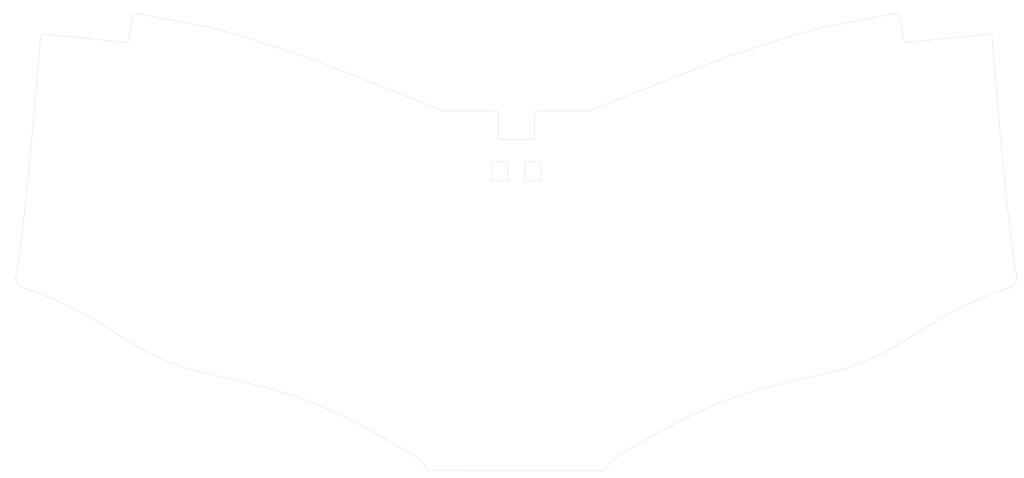
<source format=kicad_pcb>
(kicad_pcb (version 20240108) (generator "pcbnew") (generator_version "8.0")
  (title_block (title "ISW-TRISHNA") (rev "1.0"))
  (layers (0 "F.Cu" signal) (31 "B.Cu" signal) (34 "B.Paste" user) (35 "F.Paste" user) (36 "B.SilkS" user "B.Silkscreen") (37 "F.SilkS" user "F.Silkscreen") (38 "B.Mask" user) (39 "F.Mask" user) (44 "Edge.Cuts" user))
  (net 0 "")
  (footprint "kbd_Hole:m2_Screw_Hole_EdgeCuts" (layer "F.Cu") (at 56.9219 110.3069)
    (property "Reference" "Ref8" (hide yes))
    (property "Value" "Val1" (hide yes))
    (fp_circle (center 0 0) (end 1.1 0) (stroke (width 0.01)) (fill none) (layer "Edge.Cuts"))
  )
  (footprint "kbd_Hole:m2_Screw_Hole_EdgeCuts" (layer "F.Cu") (at 196.0804 158.7706)
    (property "Reference" "Ref6" (hide yes))
    (property "Value" "Val1" (hide yes))
    (fp_circle (center 0 0) (end 1.1 0) (stroke (width 0.01)) (fill none) (layer "Edge.Cuts"))
  )
  (footprint "kbd_Hole:m2_Screw_Hole_EdgeCuts" (layer "F.Cu") (at 191.4409 74.8094)
    (property "Reference" "Ref3" (hide yes))
    (property "Value" "Val1" (hide yes))
    (fp_circle (center 0 0) (end 1.1 0) (stroke (width 0.01)) (fill none) (layer "Edge.Cuts"))
  )
  (footprint "kbd_Hole:m2_Screw_Hole_EdgeCuts" (layer "F.Cu") (at 133.3402 74.8102)
    (property "Reference" "Ref2" (hide yes))
    (property "Value" "Val1" (hide yes))
    (fp_circle (center 0 0) (end 1.1 0) (stroke (width 0.01)) (fill none) (layer "Edge.Cuts"))
  )
  (footprint "kbd_Hole:m2_Screw_Hole_EdgeCuts" (layer "F.Cu") (at 42.7326 57.7201)
    (property "Reference" "Ref1" (hide yes))
    (property "Value" "Val1" (hide yes))
    (fp_circle (center 0 0) (end 1.1 0) (stroke (width 0.01)) (fill none) (layer "Edge.Cuts"))
  )
  (footprint "kbd_Hole:m2_Screw_Hole_EdgeCuts" (layer "F.Cu") (at 282.0484 57.7193)
    (property "Reference" "Ref4" (hide yes))
    (property "Value" "Val1" (hide yes))
    (fp_circle (center 0 0) (end 1.1 0) (stroke (width 0.01)) (fill none) (layer "Edge.Cuts"))
  )
  (footprint "kbd_Hole:m2_Screw_Hole_EdgeCuts" (layer "F.Cu") (at 267.8591 110.3062)
    (property "Reference" "Ref5" (hide yes))
    (property "Value" "Val1" (hide yes))
    (fp_circle (center 0 0) (end 1.1 0) (stroke (width 0.01)) (fill none) (layer "Edge.Cuts"))
  )
  (footprint "kbd_Hole:m2_Screw_Hole_EdgeCuts" (layer "F.Cu") (at 128.7007 158.7714)
    (property "Reference" "Ref7" (hide yes))
    (property "Value" "Val1" (hide yes))
    (fp_circle (center 0 0) (end 1.1 0) (stroke (width 0.01)) (fill none) (layer "Edge.Cuts"))
  )
  (gr_curve (pts (xy 156.89066 71.766061) (xy 157.166802 71.766061) (xy 157.390659 71.989918) (xy 157.390659 72.26606)) (stroke (width 0.09)) (layer "Edge.Cuts"))
  (gr_line (start 182.761959 71.766061) (end 200.486459 64.784261) (stroke (width 0.09)) (layer "Edge.Cuts"))
  (gr_line (start 155.640659 91.211061) (end 160.040659 91.211061) (stroke (width 0.09)) (layer "Edge.Cuts"))
  (gr_curve (pts (xy 55.382159 45.379361) (xy 55.487659 44.837361) (xy 56.012559 44.483361) (xy 56.554559 44.588761)) (stroke (width 0.09)) (layer "Edge.Cuts"))
  (gr_line (start 142.019359 71.766061) (end 156.89066 71.766061) (stroke (width 0.09)) (layer "Edge.Cuts"))
  (gr_curve (pts (xy 24.764159 121.139161) (xy 23.325259 120.654261) (xy 22.475659 119.170661) (xy 22.785559 117.684261)) (stroke (width 0.09)) (layer "Edge.Cuts"))
  (gr_curve (pts (xy 73.863159 144.509761) (xy 53.035259 139.259561) (xy 50.439159 129.752961) (xy 24.764159 121.139161)) (stroke (width 0.09)) (layer "Edge.Cuts"))
  (gr_curve (pts (xy 250.918159 144.509761) (xy 229.723359 149.852361) (xy 222.351959 149.276861) (xy 191.905159 167.330061)) (stroke (width 0.09)) (layer "Edge.Cuts"))
  (gr_line (start 84.472059 50.486661) (end 102.589659 56.373461) (stroke (width 0.09)) (layer "Edge.Cuts"))
  (gr_curve (pts (xy 167.390659 72.26606) (xy 167.39066 71.989918) (xy 167.614517 71.766061) (xy 167.890658 71.766061)) (stroke (width 0.09)) (layer "Edge.Cuts"))
  (gr_curve (pts (xy 138.004259 172.128161) (xy 137.495859 172.128161) (xy 137.069659 171.744061) (xy 137.017059 171.238361)) (stroke (width 0.09)) (layer "Edge.Cuts"))
  (gr_line (start 247.509059 48.532861) (end 268.226659 44.588761) (stroke (width 0.09)) (layer "Edge.Cuts"))
  (gr_line (start 160.040659 85.911061) (end 155.640659 85.911061) (stroke (width 0.09)) (layer "Edge.Cuts"))
  (gr_curve (pts (xy 29.603059 51.215461) (xy 29.630859 50.951661) (xy 29.762159 50.709761) (xy 29.968259 50.542861)) (stroke (width 0.09)) (layer "Edge.Cuts"))
  (gr_line (start 106.571159 57.801761) (end 124.295659 64.783561) (stroke (width 0.09)) (layer "Edge.Cuts"))
  (gr_line (start 102.589659 56.373461) (end 106.571159 57.801761) (stroke (width 0.09)) (layer "Edge.Cuts"))
  (gr_line (start 218.210159 57.801761) (end 222.191559 56.373461) (stroke (width 0.09)) (layer "Edge.Cuts"))
  (gr_line (start 164.740659 85.911061) (end 164.740659 91.211061) (stroke (width 0.09)) (layer "Edge.Cuts"))
  (gr_line (start 160.040659 91.211061) (end 160.040659 85.911061) (stroke (width 0.09)) (layer "Edge.Cuts"))
  (gr_line (start 270.731559 52.726661) (end 294.079159 50.325461) (stroke (width 0.09)) (layer "Edge.Cuts"))
  (gr_line (start 155.640659 85.911061) (end 155.640659 91.211061) (stroke (width 0.09)) (layer "Edge.Cuts"))
  (gr_line (start 77.272259 48.532861) (end 84.472059 50.486661) (stroke (width 0.09)) (layer "Edge.Cuts"))
  (gr_curve (pts (xy 300.016459 121.137161) (xy 274.342059 129.752961) (xy 271.745959 139.259561) (xy 250.918159 144.509761)) (stroke (width 0.09)) (layer "Edge.Cuts"))
  (gr_line (start 167.890658 71.766061) (end 182.761959 71.766061) (stroke (width 0.09)) (layer "Edge.Cuts"))
  (gr_line (start 169.140659 85.911061) (end 164.740659 85.911061) (stroke (width 0.09)) (layer "Edge.Cuts"))
  (gr_line (start 56.554559 44.588761) (end 77.272259 48.532861) (stroke (width 0.09)) (layer "Edge.Cuts"))
  (gr_line (start 169.140659 91.211061) (end 169.140659 85.911061) (stroke (width 0.09)) (layer "Edge.Cuts"))
  (gr_curve (pts (xy 22.785559 117.684261) (xy 25.404559 105.093261) (xy 29.603059 51.215461) (xy 29.603059 51.215461)) (stroke (width 0.09)) (layer "Edge.Cuts"))
  (gr_line (start 30.702159 50.325461) (end 54.049759 52.726661) (stroke (width 0.09)) (layer "Edge.Cuts"))
  (gr_curve (pts (xy 294.812959 50.542861) (xy 295.019159 50.709761) (xy 295.150459 50.951661) (xy 295.178159 51.215461)) (stroke (width 0.09)) (layer "Edge.Cuts"))
  (gr_curve (pts (xy 268.226659 44.588761) (xy 268.768759 44.483361) (xy 269.293659 44.837361) (xy 269.399059 45.379361)) (stroke (width 0.09)) (layer "Edge.Cuts"))
  (gr_line (start 157.390659 79.746061) (end 167.390659 79.746061) (stroke (width 0.09)) (layer "Edge.Cuts"))
  (gr_curve (pts (xy 301.993459 117.684661) (xy 302.303259 119.170061) (xy 301.454259 120.652561) (xy 300.016459 121.137161)) (stroke (width 0.09)) (layer "Edge.Cuts"))
  (gr_line (start 200.486459 64.784261) (end 200.485659 64.783561) (stroke (width 0.09)) (layer "Edge.Cuts"))
  (gr_line (start 54.049759 52.726661) (end 55.382159 45.379361) (stroke (width 0.09)) (layer "Edge.Cuts"))
  (gr_curve (pts (xy 132.876159 167.330061) (xy 102.429359 149.276861) (xy 95.057859 149.852361) (xy 73.863159 144.509761)) (stroke (width 0.09)) (layer "Edge.Cuts"))
  (gr_curve (pts (xy 137.017059 171.238361) (xy 136.909159 170.327561) (xy 135.514059 169.167261) (xy 132.876159 167.330061)) (stroke (width 0.09)) (layer "Edge.Cuts"))
  (gr_line (start 124.294859 64.784261) (end 142.019359 71.766061) (stroke (width 0.09)) (layer "Edge.Cuts"))
  (gr_line (start 222.191559 56.373461) (end 240.309259 50.486661) (stroke (width 0.09)) (layer "Edge.Cuts"))
  (gr_curve (pts (xy 186.777059 172.135761) (xy 175.254459 172.135761) (xy 149.526859 172.135761) (xy 138.004259 172.128161)) (stroke (width 0.09)) (layer "Edge.Cuts"))
  (gr_curve (pts (xy 191.905159 167.330061) (xy 189.267159 169.167261) (xy 187.872159 170.327561) (xy 187.771459 171.239161)) (stroke (width 0.09)) (layer "Edge.Cuts"))
  (gr_line (start 164.740659 91.211061) (end 169.140659 91.211061) (stroke (width 0.09)) (layer "Edge.Cuts"))
  (gr_curve (pts (xy 187.771459 171.239161) (xy 187.718459 171.748561) (xy 187.289259 172.135561) (xy 186.777059 172.135761)) (stroke (width 0.09)) (layer "Edge.Cuts"))
  (gr_curve (pts (xy 29.968259 50.542861) (xy 30.174359 50.375961) (xy 30.438359 50.297761) (xy 30.702159 50.325461)) (stroke (width 0.09)) (layer "Edge.Cuts"))
  (gr_line (start 200.485659 64.783561) (end 218.210159 57.801761) (stroke (width 0.09)) (layer "Edge.Cuts"))
  (gr_line (start 157.390659 72.26606) (end 157.390659 79.746061) (stroke (width 0.09)) (layer "Edge.Cuts"))
  (gr_line (start 124.295659 64.783561) (end 124.294859 64.784261) (stroke (width 0.09)) (layer "Edge.Cuts"))
  (gr_line (start 240.309259 50.486661) (end 247.509059 48.532861) (stroke (width 0.09)) (layer "Edge.Cuts"))
  (gr_curve (pts (xy 294.079159 50.325461) (xy 294.342959 50.297761) (xy 294.606859 50.375961) (xy 294.812959 50.542861)) (stroke (width 0.09)) (layer "Edge.Cuts"))
  (gr_line (start 167.390659 79.746061) (end 167.390659 72.26606) (stroke (width 0.09)) (layer "Edge.Cuts"))
  (gr_curve (pts (xy 295.178159 51.215461) (xy 295.178159 51.215461) (xy 299.376659 105.093261) (xy 301.993459 117.684661)) (stroke (width 0.09)) (layer "Edge.Cuts"))
  (gr_line (start 269.399059 45.379361) (end 270.731559 52.726661) (stroke (width 0.09)) (layer "Edge.Cuts"))
)
</source>
